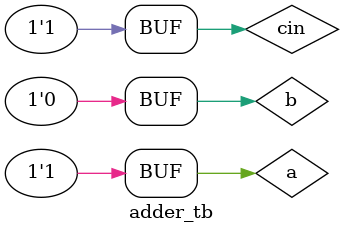
<source format=v>
/*********************************************************************************
*FileName:	adder
*Author:	zongsheng hou
*Version:	v1
*Date:  	2020.07.01
*Description:  
			adder1 单比特半加器
			adder2 单比特半加器,计算符号实现。c=a·b s=a^b;
			adder3 单比特半加器,基本电路实例化实现
			full_adder1 单比特全加器
			full_adder2 8比特全加器
			full_adder3 单比特全加器，计算符号实现。c=a·b+a·cin+b·cin；s=a^b^cin;
			full_adder5 单比特全加器，半加器的实例化实现
*Others:  
*Function List:
1.…………
2.…………
*History:  //修改历史记录列表，每条修改记录应包含修改日期、修改者及修改内容简介
1.Date:
Author:
Modification:
2.…………
**********************************************************************************/
module adder1(a,b,c,s);
input a,b;
output c,s;

assign {c,s}=a+b;

endmodule

module adder2(a,b,c,s);
input a,b;
output c,s;

assign c=a&b;
assign s=a^b;

endmodule

module adder3(a,b,c,s);
input a,b;
output c,s;

and u1 (c,a,b);
xor u2 (s,a,b);

endmodule

module full_adder1(a,b,cin,c,s);
input a,b,cin;
output c,s;

assign {c,s}=a+b+cin;

endmodule

module full_adder2(a,b,cin,c,s);
input [7:0] a,b;
input cin;
output c;
output [7:0] s;

assign {c,s}=a+b+cin;

endmodule

module full_adder3(a,b,cin,c,s);
input a,b,cin;
output c,s;

assign c=a&b+a&cin+b&cin;
assign s=a^b^cin;

endmodule

module full_adder4(a,b,cin,c,s);
input a,b,cin;
output c,s;
wire c1,c2,c3;

and u1 (c1,a,b);
and u2 (c2,a,cin);
and u3 (c3,b,cin);
or u4 (c,c1,c2,c3);
xor u5 (s,a,b,cin);

endmodule

module full_adder5(a,b,cin,c,s);
input a,b,cin;
output c,s;
wire c1,s1,c2;

adder1 u5 (a,b,c1,s1);
adder1 u6 (s1,cin,c2,s);

assign c=c1|c2;

endmodule



module adder_tb ;
reg a,b,cin;
wire c1,c2,c3,c4,c5,c6,c7;
wire s1,s2,s3,s4,s5,s6,s7;
wire [6:0] c,s;

adder1 u1 (a,b,c1,s1);
adder2 u2 (a,b,c2,s2);
adder3 u3 (a,b,c3,s3);
full_adder1 u4 (a,b,cin,c4,s4);
full_adder3 u5 (a,b,cin,c5,s5);
full_adder4 u6 (a,b,cin,c6,s6);
full_adder5 u7 (a,b,cin,c7,s7);

assign c={c1,c2,c3,c4,c5,c6,c7};
assign s={s1,s2,s3,s4,s5,s6,s7};

initial begin
{a,b,cin}=3'b101;
end

endmodule



</source>
